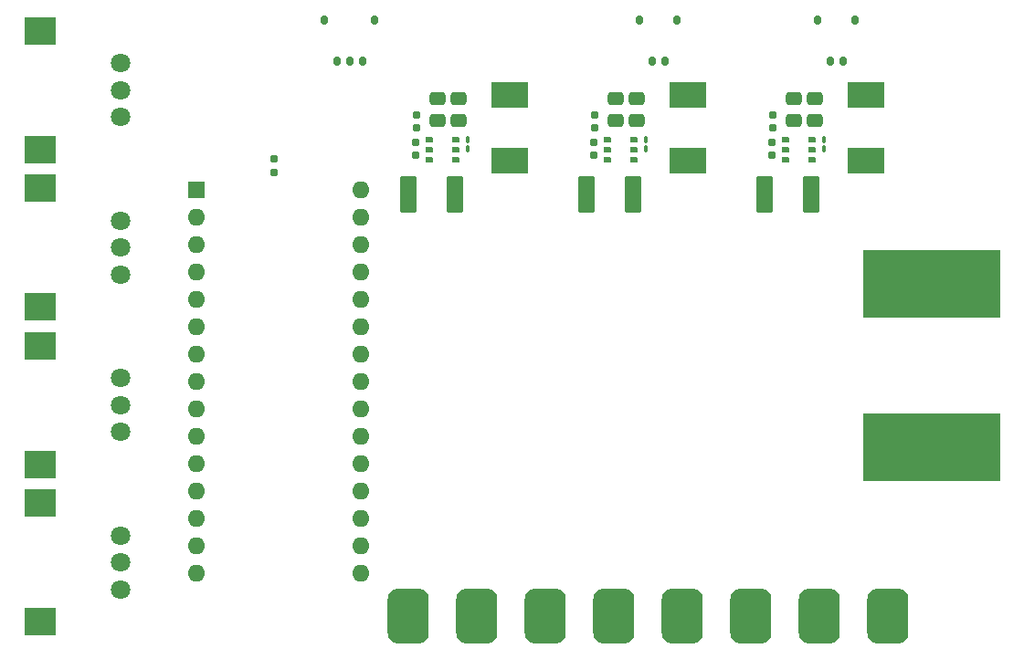
<source format=gbr>
%TF.GenerationSoftware,KiCad,Pcbnew,8.0.2*%
%TF.CreationDate,2024-10-18T13:00:15-07:00*%
%TF.ProjectId,ArmLEDsPrototype,41726d4c-4544-4735-9072-6f746f747970,rev?*%
%TF.SameCoordinates,Original*%
%TF.FileFunction,Soldermask,Top*%
%TF.FilePolarity,Negative*%
%FSLAX46Y46*%
G04 Gerber Fmt 4.6, Leading zero omitted, Abs format (unit mm)*
G04 Created by KiCad (PCBNEW 8.0.2) date 2024-10-18 13:00:15*
%MOMM*%
%LPD*%
G01*
G04 APERTURE LIST*
G04 Aperture macros list*
%AMRoundRect*
0 Rectangle with rounded corners*
0 $1 Rounding radius*
0 $2 $3 $4 $5 $6 $7 $8 $9 X,Y pos of 4 corners*
0 Add a 4 corners polygon primitive as box body*
4,1,4,$2,$3,$4,$5,$6,$7,$8,$9,$2,$3,0*
0 Add four circle primitives for the rounded corners*
1,1,$1+$1,$2,$3*
1,1,$1+$1,$4,$5*
1,1,$1+$1,$6,$7*
1,1,$1+$1,$8,$9*
0 Add four rect primitives between the rounded corners*
20,1,$1+$1,$2,$3,$4,$5,0*
20,1,$1+$1,$4,$5,$6,$7,0*
20,1,$1+$1,$6,$7,$8,$9,0*
20,1,$1+$1,$8,$9,$2,$3,0*%
G04 Aperture macros list end*
%ADD10RoundRect,0.250000X0.475000X-0.337500X0.475000X0.337500X-0.475000X0.337500X-0.475000X-0.337500X0*%
%ADD11R,3.499992X2.349998*%
%ADD12R,3.499996X2.349986*%
%ADD13RoundRect,0.160000X-0.160000X0.197500X-0.160000X-0.197500X0.160000X-0.197500X0.160000X0.197500X0*%
%ADD14RoundRect,0.250000X0.537500X1.450000X-0.537500X1.450000X-0.537500X-1.450000X0.537500X-1.450000X0*%
%ADD15RoundRect,0.100000X-0.100000X0.217500X-0.100000X-0.217500X0.100000X-0.217500X0.100000X0.217500X0*%
%ADD16C,1.800000*%
%ADD17R,2.900000X2.600000*%
%ADD18RoundRect,0.150000X0.150000X0.275000X-0.150000X0.275000X-0.150000X-0.275000X0.150000X-0.275000X0*%
%ADD19RoundRect,0.175000X0.175000X0.225000X-0.175000X0.225000X-0.175000X-0.225000X0.175000X-0.225000X0*%
%ADD20RoundRect,0.139700X0.228597X-0.139700X0.228597X0.139700X-0.228597X0.139700X-0.228597X-0.139700X0*%
%ADD21RoundRect,0.139700X0.228599X-0.139699X0.228599X0.139699X-0.228599X0.139699X-0.228599X-0.139699X0*%
%ADD22RoundRect,0.139700X0.228600X-0.139700X0.228600X0.139700X-0.228600X0.139700X-0.228600X-0.139700X0*%
%ADD23RoundRect,0.139699X0.228599X-0.139699X0.228599X0.139699X-0.228599X0.139699X-0.228599X-0.139699X0*%
%ADD24RoundRect,0.139698X0.228597X-0.139697X0.228597X0.139697X-0.228597X0.139697X-0.228597X-0.139697X0*%
%ADD25R,12.700000X6.350000*%
%ADD26R,1.600000X1.600000*%
%ADD27O,1.600000X1.600000*%
%ADD28RoundRect,0.952500X0.952500X-1.587500X0.952500X1.587500X-0.952500X1.587500X-0.952500X-1.587500X0*%
%ADD29RoundRect,0.160000X0.160000X-0.197500X0.160000X0.197500X-0.160000X0.197500X-0.160000X-0.197500X0*%
G04 APERTURE END LIST*
D10*
%TO.C,C8*%
X141515000Y-85367500D03*
X141515000Y-83292500D03*
%TD*%
%TO.C,C11*%
X126985002Y-85362507D03*
X126985002Y-83287507D03*
%TD*%
%TO.C,C3*%
X160005002Y-85362507D03*
X160005002Y-83287507D03*
%TD*%
D11*
%TO.C,L3*%
X131684996Y-89074999D03*
D12*
X131685002Y-83025007D03*
%TD*%
D13*
%TO.C,R13*%
X123085000Y-84852500D03*
X123085000Y-86047500D03*
%TD*%
D14*
%TO.C,C5*%
X143132502Y-92225007D03*
X138857502Y-92225007D03*
%TD*%
D15*
%TO.C,C6*%
X144295000Y-87142500D03*
X144295000Y-87957500D03*
%TD*%
D16*
%TO.C,SW3*%
X95675000Y-114260000D03*
X95675000Y-109260000D03*
X95675000Y-111760000D03*
D17*
X88175000Y-117260000D03*
X88175000Y-106260000D03*
%TD*%
D18*
%TO.C,J3*%
X146075000Y-79825000D03*
X144875000Y-79825000D03*
D19*
X147225000Y-76050000D03*
X143725000Y-76050000D03*
%TD*%
D13*
%TO.C,R11*%
X139595000Y-84852500D03*
X139595000Y-86047500D03*
%TD*%
D20*
%TO.C,U2*%
X140752003Y-87122900D03*
D21*
X140752001Y-88062699D03*
D22*
X140752000Y-89015200D03*
D23*
X143190398Y-89002498D03*
D22*
X143190400Y-88062700D03*
D24*
X143190395Y-87110205D03*
%TD*%
D25*
%TO.C,BT1*%
X170815000Y-100507800D03*
X170815000Y-115646200D03*
%TD*%
D16*
%TO.C,SW1*%
X95675000Y-85050000D03*
X95675000Y-80050000D03*
X95675000Y-82550000D03*
D17*
X88175000Y-88050000D03*
X88175000Y-77050000D03*
%TD*%
D14*
%TO.C,C9*%
X126622502Y-92225007D03*
X122347502Y-92225007D03*
%TD*%
D26*
%TO.C,A1*%
X102630000Y-91825000D03*
D27*
X102630000Y-94365000D03*
X102630000Y-96905000D03*
X102630000Y-99445000D03*
X102630000Y-101985000D03*
X102630000Y-104525000D03*
X102630000Y-107065000D03*
X102630000Y-109605000D03*
X102630000Y-112145000D03*
X102630000Y-114685000D03*
X102630000Y-117225000D03*
X102630000Y-119765000D03*
X102630000Y-122305000D03*
X102630000Y-124845000D03*
X102630000Y-127385000D03*
X117870000Y-127385000D03*
X117870000Y-124845000D03*
X117870000Y-122305000D03*
X117870000Y-119765000D03*
X117870000Y-117225000D03*
X117870000Y-114685000D03*
X117870000Y-112145000D03*
X117870000Y-109605000D03*
X117870000Y-107065000D03*
X117870000Y-104525000D03*
X117870000Y-101985000D03*
X117870000Y-99445000D03*
X117870000Y-96905000D03*
X117870000Y-94365000D03*
X117870000Y-91825000D03*
%TD*%
D11*
%TO.C,L1*%
X164704996Y-89074999D03*
D12*
X164705002Y-83025007D03*
%TD*%
D16*
%TO.C,SW4*%
X95675000Y-128865000D03*
X95675000Y-123865000D03*
X95675000Y-126365000D03*
D17*
X88175000Y-131865000D03*
X88175000Y-120865000D03*
%TD*%
D28*
%TO.C,J1*%
X122301000Y-131318000D03*
X128651000Y-131318000D03*
X135001000Y-131318000D03*
X141351000Y-131318000D03*
X147701000Y-131318000D03*
X154051000Y-131318000D03*
X160401000Y-131318000D03*
X166751000Y-131318000D03*
%TD*%
D13*
%TO.C,R14*%
X122985000Y-87352500D03*
X122985000Y-88547500D03*
%TD*%
D15*
%TO.C,C2*%
X160805000Y-87142500D03*
X160805000Y-87957500D03*
%TD*%
D20*
%TO.C,U3*%
X124242003Y-87122900D03*
D21*
X124242001Y-88062699D03*
D22*
X124242000Y-89015200D03*
D23*
X126680398Y-89002498D03*
D22*
X126680400Y-88062700D03*
D24*
X126680395Y-87110205D03*
%TD*%
D20*
%TO.C,U1*%
X157262003Y-87122900D03*
D21*
X157262001Y-88062699D03*
D22*
X157262000Y-89015200D03*
D23*
X159700398Y-89002498D03*
D22*
X159700400Y-88062700D03*
D24*
X159700395Y-87110205D03*
%TD*%
D13*
%TO.C,R9*%
X156105000Y-84852500D03*
X156105000Y-86047500D03*
%TD*%
D18*
%TO.C,J5*%
X118065000Y-79825000D03*
X116865000Y-79825000D03*
X115665000Y-79825000D03*
D19*
X119215000Y-76050000D03*
X114515000Y-76050000D03*
%TD*%
D13*
%TO.C,R12*%
X139495000Y-87352500D03*
X139495000Y-88547500D03*
%TD*%
%TO.C,R10*%
X156005000Y-87352500D03*
X156005000Y-88547500D03*
%TD*%
D16*
%TO.C,SW2*%
X95675000Y-99655000D03*
X95675000Y-94655000D03*
X95675000Y-97155000D03*
D17*
X88175000Y-102655000D03*
X88175000Y-91655000D03*
%TD*%
D29*
%TO.C,R1*%
X109842000Y-90150500D03*
X109842000Y-88955500D03*
%TD*%
D10*
%TO.C,C12*%
X125005000Y-85367500D03*
X125005000Y-83292500D03*
%TD*%
%TO.C,C7*%
X143495002Y-85362507D03*
X143495002Y-83287507D03*
%TD*%
D18*
%TO.C,J6*%
X162585000Y-79825000D03*
X161385000Y-79825000D03*
D19*
X163735000Y-76050000D03*
X160235000Y-76050000D03*
%TD*%
D11*
%TO.C,L2*%
X148194996Y-89074999D03*
D12*
X148195002Y-83025007D03*
%TD*%
D15*
%TO.C,C10*%
X127785000Y-87142500D03*
X127785000Y-87957500D03*
%TD*%
D14*
%TO.C,C1*%
X159642502Y-92225007D03*
X155367502Y-92225007D03*
%TD*%
D10*
%TO.C,C4*%
X158025000Y-85367500D03*
X158025000Y-83292500D03*
%TD*%
M02*

</source>
